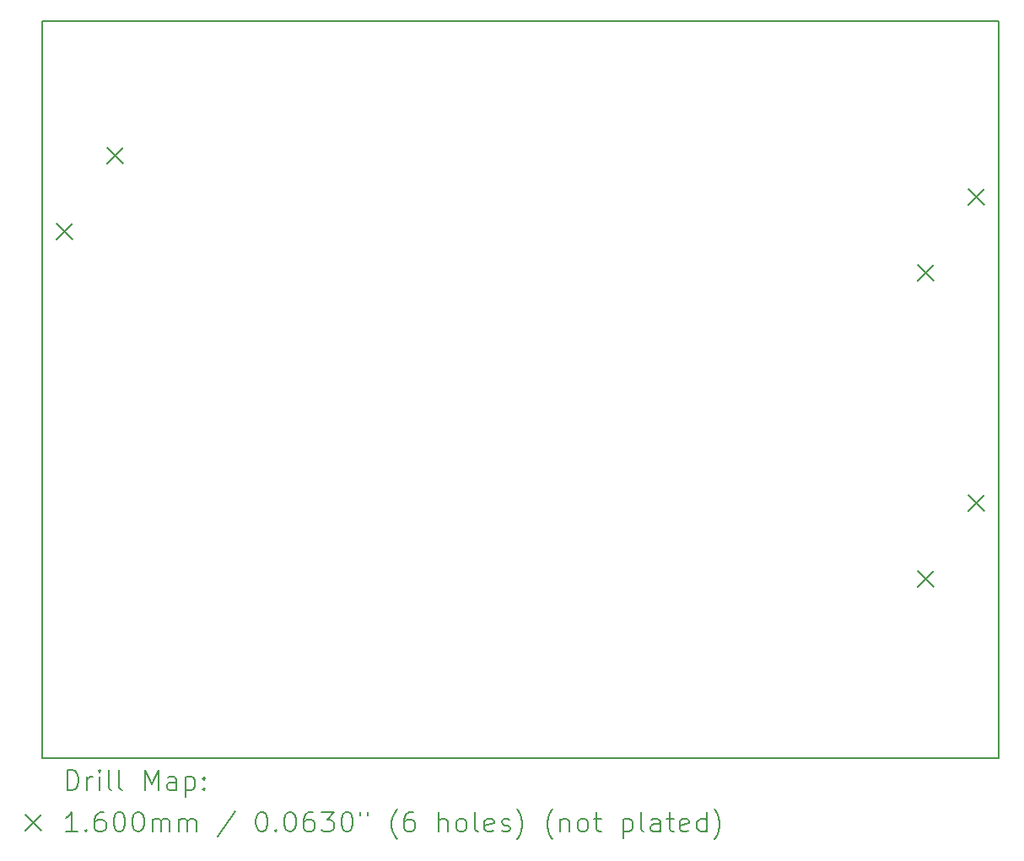
<source format=gbr>
%TF.GenerationSoftware,KiCad,Pcbnew,8.0.2*%
%TF.CreationDate,2025-04-13T16:41:33+02:00*%
%TF.ProjectId,AES-DAC,4145532d-4441-4432-9e6b-696361645f70,rev?*%
%TF.SameCoordinates,Original*%
%TF.FileFunction,Drillmap*%
%TF.FilePolarity,Positive*%
%FSLAX45Y45*%
G04 Gerber Fmt 4.5, Leading zero omitted, Abs format (unit mm)*
G04 Created by KiCad (PCBNEW 8.0.2) date 2025-04-13 16:41:33*
%MOMM*%
%LPD*%
G01*
G04 APERTURE LIST*
%ADD10C,0.200000*%
%ADD11C,0.160000*%
G04 APERTURE END LIST*
D10*
X2070000Y-2000000D02*
X11670000Y-2000000D01*
X11670000Y-9400000D01*
X2070000Y-9400000D01*
X2070000Y-2000000D01*
D11*
X2212000Y-4032000D02*
X2372000Y-4192000D01*
X2372000Y-4032000D02*
X2212000Y-4192000D01*
X2720000Y-3270000D02*
X2880000Y-3430000D01*
X2880000Y-3270000D02*
X2720000Y-3430000D01*
X10859000Y-4451000D02*
X11019000Y-4611000D01*
X11019000Y-4451000D02*
X10859000Y-4611000D01*
X10859000Y-7521000D02*
X11019000Y-7681000D01*
X11019000Y-7521000D02*
X10859000Y-7681000D01*
X11367000Y-3689000D02*
X11527000Y-3849000D01*
X11527000Y-3689000D02*
X11367000Y-3849000D01*
X11367000Y-6759000D02*
X11527000Y-6919000D01*
X11527000Y-6759000D02*
X11367000Y-6919000D01*
D10*
X2320777Y-9721484D02*
X2320777Y-9521484D01*
X2320777Y-9521484D02*
X2368396Y-9521484D01*
X2368396Y-9521484D02*
X2396967Y-9531008D01*
X2396967Y-9531008D02*
X2416015Y-9550055D01*
X2416015Y-9550055D02*
X2425539Y-9569103D01*
X2425539Y-9569103D02*
X2435063Y-9607198D01*
X2435063Y-9607198D02*
X2435063Y-9635770D01*
X2435063Y-9635770D02*
X2425539Y-9673865D01*
X2425539Y-9673865D02*
X2416015Y-9692912D01*
X2416015Y-9692912D02*
X2396967Y-9711960D01*
X2396967Y-9711960D02*
X2368396Y-9721484D01*
X2368396Y-9721484D02*
X2320777Y-9721484D01*
X2520777Y-9721484D02*
X2520777Y-9588150D01*
X2520777Y-9626246D02*
X2530301Y-9607198D01*
X2530301Y-9607198D02*
X2539824Y-9597674D01*
X2539824Y-9597674D02*
X2558872Y-9588150D01*
X2558872Y-9588150D02*
X2577920Y-9588150D01*
X2644586Y-9721484D02*
X2644586Y-9588150D01*
X2644586Y-9521484D02*
X2635063Y-9531008D01*
X2635063Y-9531008D02*
X2644586Y-9540531D01*
X2644586Y-9540531D02*
X2654110Y-9531008D01*
X2654110Y-9531008D02*
X2644586Y-9521484D01*
X2644586Y-9521484D02*
X2644586Y-9540531D01*
X2768396Y-9721484D02*
X2749348Y-9711960D01*
X2749348Y-9711960D02*
X2739824Y-9692912D01*
X2739824Y-9692912D02*
X2739824Y-9521484D01*
X2873158Y-9721484D02*
X2854110Y-9711960D01*
X2854110Y-9711960D02*
X2844586Y-9692912D01*
X2844586Y-9692912D02*
X2844586Y-9521484D01*
X3101729Y-9721484D02*
X3101729Y-9521484D01*
X3101729Y-9521484D02*
X3168396Y-9664341D01*
X3168396Y-9664341D02*
X3235062Y-9521484D01*
X3235062Y-9521484D02*
X3235062Y-9721484D01*
X3416015Y-9721484D02*
X3416015Y-9616722D01*
X3416015Y-9616722D02*
X3406491Y-9597674D01*
X3406491Y-9597674D02*
X3387443Y-9588150D01*
X3387443Y-9588150D02*
X3349348Y-9588150D01*
X3349348Y-9588150D02*
X3330301Y-9597674D01*
X3416015Y-9711960D02*
X3396967Y-9721484D01*
X3396967Y-9721484D02*
X3349348Y-9721484D01*
X3349348Y-9721484D02*
X3330301Y-9711960D01*
X3330301Y-9711960D02*
X3320777Y-9692912D01*
X3320777Y-9692912D02*
X3320777Y-9673865D01*
X3320777Y-9673865D02*
X3330301Y-9654817D01*
X3330301Y-9654817D02*
X3349348Y-9645293D01*
X3349348Y-9645293D02*
X3396967Y-9645293D01*
X3396967Y-9645293D02*
X3416015Y-9635770D01*
X3511253Y-9588150D02*
X3511253Y-9788150D01*
X3511253Y-9597674D02*
X3530301Y-9588150D01*
X3530301Y-9588150D02*
X3568396Y-9588150D01*
X3568396Y-9588150D02*
X3587443Y-9597674D01*
X3587443Y-9597674D02*
X3596967Y-9607198D01*
X3596967Y-9607198D02*
X3606491Y-9626246D01*
X3606491Y-9626246D02*
X3606491Y-9683389D01*
X3606491Y-9683389D02*
X3596967Y-9702436D01*
X3596967Y-9702436D02*
X3587443Y-9711960D01*
X3587443Y-9711960D02*
X3568396Y-9721484D01*
X3568396Y-9721484D02*
X3530301Y-9721484D01*
X3530301Y-9721484D02*
X3511253Y-9711960D01*
X3692205Y-9702436D02*
X3701729Y-9711960D01*
X3701729Y-9711960D02*
X3692205Y-9721484D01*
X3692205Y-9721484D02*
X3682682Y-9711960D01*
X3682682Y-9711960D02*
X3692205Y-9702436D01*
X3692205Y-9702436D02*
X3692205Y-9721484D01*
X3692205Y-9597674D02*
X3701729Y-9607198D01*
X3701729Y-9607198D02*
X3692205Y-9616722D01*
X3692205Y-9616722D02*
X3682682Y-9607198D01*
X3682682Y-9607198D02*
X3692205Y-9597674D01*
X3692205Y-9597674D02*
X3692205Y-9616722D01*
D11*
X1900000Y-9970000D02*
X2060000Y-10130000D01*
X2060000Y-9970000D02*
X1900000Y-10130000D01*
D10*
X2425539Y-10141484D02*
X2311253Y-10141484D01*
X2368396Y-10141484D02*
X2368396Y-9941484D01*
X2368396Y-9941484D02*
X2349348Y-9970055D01*
X2349348Y-9970055D02*
X2330301Y-9989103D01*
X2330301Y-9989103D02*
X2311253Y-9998627D01*
X2511253Y-10122436D02*
X2520777Y-10131960D01*
X2520777Y-10131960D02*
X2511253Y-10141484D01*
X2511253Y-10141484D02*
X2501729Y-10131960D01*
X2501729Y-10131960D02*
X2511253Y-10122436D01*
X2511253Y-10122436D02*
X2511253Y-10141484D01*
X2692205Y-9941484D02*
X2654110Y-9941484D01*
X2654110Y-9941484D02*
X2635063Y-9951008D01*
X2635063Y-9951008D02*
X2625539Y-9960531D01*
X2625539Y-9960531D02*
X2606491Y-9989103D01*
X2606491Y-9989103D02*
X2596967Y-10027198D01*
X2596967Y-10027198D02*
X2596967Y-10103389D01*
X2596967Y-10103389D02*
X2606491Y-10122436D01*
X2606491Y-10122436D02*
X2616015Y-10131960D01*
X2616015Y-10131960D02*
X2635063Y-10141484D01*
X2635063Y-10141484D02*
X2673158Y-10141484D01*
X2673158Y-10141484D02*
X2692205Y-10131960D01*
X2692205Y-10131960D02*
X2701729Y-10122436D01*
X2701729Y-10122436D02*
X2711253Y-10103389D01*
X2711253Y-10103389D02*
X2711253Y-10055770D01*
X2711253Y-10055770D02*
X2701729Y-10036722D01*
X2701729Y-10036722D02*
X2692205Y-10027198D01*
X2692205Y-10027198D02*
X2673158Y-10017674D01*
X2673158Y-10017674D02*
X2635063Y-10017674D01*
X2635063Y-10017674D02*
X2616015Y-10027198D01*
X2616015Y-10027198D02*
X2606491Y-10036722D01*
X2606491Y-10036722D02*
X2596967Y-10055770D01*
X2835062Y-9941484D02*
X2854110Y-9941484D01*
X2854110Y-9941484D02*
X2873158Y-9951008D01*
X2873158Y-9951008D02*
X2882682Y-9960531D01*
X2882682Y-9960531D02*
X2892205Y-9979579D01*
X2892205Y-9979579D02*
X2901729Y-10017674D01*
X2901729Y-10017674D02*
X2901729Y-10065293D01*
X2901729Y-10065293D02*
X2892205Y-10103389D01*
X2892205Y-10103389D02*
X2882682Y-10122436D01*
X2882682Y-10122436D02*
X2873158Y-10131960D01*
X2873158Y-10131960D02*
X2854110Y-10141484D01*
X2854110Y-10141484D02*
X2835062Y-10141484D01*
X2835062Y-10141484D02*
X2816015Y-10131960D01*
X2816015Y-10131960D02*
X2806491Y-10122436D01*
X2806491Y-10122436D02*
X2796967Y-10103389D01*
X2796967Y-10103389D02*
X2787444Y-10065293D01*
X2787444Y-10065293D02*
X2787444Y-10017674D01*
X2787444Y-10017674D02*
X2796967Y-9979579D01*
X2796967Y-9979579D02*
X2806491Y-9960531D01*
X2806491Y-9960531D02*
X2816015Y-9951008D01*
X2816015Y-9951008D02*
X2835062Y-9941484D01*
X3025539Y-9941484D02*
X3044586Y-9941484D01*
X3044586Y-9941484D02*
X3063634Y-9951008D01*
X3063634Y-9951008D02*
X3073158Y-9960531D01*
X3073158Y-9960531D02*
X3082682Y-9979579D01*
X3082682Y-9979579D02*
X3092205Y-10017674D01*
X3092205Y-10017674D02*
X3092205Y-10065293D01*
X3092205Y-10065293D02*
X3082682Y-10103389D01*
X3082682Y-10103389D02*
X3073158Y-10122436D01*
X3073158Y-10122436D02*
X3063634Y-10131960D01*
X3063634Y-10131960D02*
X3044586Y-10141484D01*
X3044586Y-10141484D02*
X3025539Y-10141484D01*
X3025539Y-10141484D02*
X3006491Y-10131960D01*
X3006491Y-10131960D02*
X2996967Y-10122436D01*
X2996967Y-10122436D02*
X2987443Y-10103389D01*
X2987443Y-10103389D02*
X2977920Y-10065293D01*
X2977920Y-10065293D02*
X2977920Y-10017674D01*
X2977920Y-10017674D02*
X2987443Y-9979579D01*
X2987443Y-9979579D02*
X2996967Y-9960531D01*
X2996967Y-9960531D02*
X3006491Y-9951008D01*
X3006491Y-9951008D02*
X3025539Y-9941484D01*
X3177920Y-10141484D02*
X3177920Y-10008150D01*
X3177920Y-10027198D02*
X3187443Y-10017674D01*
X3187443Y-10017674D02*
X3206491Y-10008150D01*
X3206491Y-10008150D02*
X3235063Y-10008150D01*
X3235063Y-10008150D02*
X3254110Y-10017674D01*
X3254110Y-10017674D02*
X3263634Y-10036722D01*
X3263634Y-10036722D02*
X3263634Y-10141484D01*
X3263634Y-10036722D02*
X3273158Y-10017674D01*
X3273158Y-10017674D02*
X3292205Y-10008150D01*
X3292205Y-10008150D02*
X3320777Y-10008150D01*
X3320777Y-10008150D02*
X3339824Y-10017674D01*
X3339824Y-10017674D02*
X3349348Y-10036722D01*
X3349348Y-10036722D02*
X3349348Y-10141484D01*
X3444586Y-10141484D02*
X3444586Y-10008150D01*
X3444586Y-10027198D02*
X3454110Y-10017674D01*
X3454110Y-10017674D02*
X3473158Y-10008150D01*
X3473158Y-10008150D02*
X3501729Y-10008150D01*
X3501729Y-10008150D02*
X3520777Y-10017674D01*
X3520777Y-10017674D02*
X3530301Y-10036722D01*
X3530301Y-10036722D02*
X3530301Y-10141484D01*
X3530301Y-10036722D02*
X3539824Y-10017674D01*
X3539824Y-10017674D02*
X3558872Y-10008150D01*
X3558872Y-10008150D02*
X3587443Y-10008150D01*
X3587443Y-10008150D02*
X3606491Y-10017674D01*
X3606491Y-10017674D02*
X3616015Y-10036722D01*
X3616015Y-10036722D02*
X3616015Y-10141484D01*
X4006491Y-9931960D02*
X3835063Y-10189103D01*
X4263634Y-9941484D02*
X4282682Y-9941484D01*
X4282682Y-9941484D02*
X4301729Y-9951008D01*
X4301729Y-9951008D02*
X4311253Y-9960531D01*
X4311253Y-9960531D02*
X4320777Y-9979579D01*
X4320777Y-9979579D02*
X4330301Y-10017674D01*
X4330301Y-10017674D02*
X4330301Y-10065293D01*
X4330301Y-10065293D02*
X4320777Y-10103389D01*
X4320777Y-10103389D02*
X4311253Y-10122436D01*
X4311253Y-10122436D02*
X4301729Y-10131960D01*
X4301729Y-10131960D02*
X4282682Y-10141484D01*
X4282682Y-10141484D02*
X4263634Y-10141484D01*
X4263634Y-10141484D02*
X4244587Y-10131960D01*
X4244587Y-10131960D02*
X4235063Y-10122436D01*
X4235063Y-10122436D02*
X4225539Y-10103389D01*
X4225539Y-10103389D02*
X4216015Y-10065293D01*
X4216015Y-10065293D02*
X4216015Y-10017674D01*
X4216015Y-10017674D02*
X4225539Y-9979579D01*
X4225539Y-9979579D02*
X4235063Y-9960531D01*
X4235063Y-9960531D02*
X4244587Y-9951008D01*
X4244587Y-9951008D02*
X4263634Y-9941484D01*
X4416015Y-10122436D02*
X4425539Y-10131960D01*
X4425539Y-10131960D02*
X4416015Y-10141484D01*
X4416015Y-10141484D02*
X4406491Y-10131960D01*
X4406491Y-10131960D02*
X4416015Y-10122436D01*
X4416015Y-10122436D02*
X4416015Y-10141484D01*
X4549348Y-9941484D02*
X4568396Y-9941484D01*
X4568396Y-9941484D02*
X4587444Y-9951008D01*
X4587444Y-9951008D02*
X4596968Y-9960531D01*
X4596968Y-9960531D02*
X4606491Y-9979579D01*
X4606491Y-9979579D02*
X4616015Y-10017674D01*
X4616015Y-10017674D02*
X4616015Y-10065293D01*
X4616015Y-10065293D02*
X4606491Y-10103389D01*
X4606491Y-10103389D02*
X4596968Y-10122436D01*
X4596968Y-10122436D02*
X4587444Y-10131960D01*
X4587444Y-10131960D02*
X4568396Y-10141484D01*
X4568396Y-10141484D02*
X4549348Y-10141484D01*
X4549348Y-10141484D02*
X4530301Y-10131960D01*
X4530301Y-10131960D02*
X4520777Y-10122436D01*
X4520777Y-10122436D02*
X4511253Y-10103389D01*
X4511253Y-10103389D02*
X4501729Y-10065293D01*
X4501729Y-10065293D02*
X4501729Y-10017674D01*
X4501729Y-10017674D02*
X4511253Y-9979579D01*
X4511253Y-9979579D02*
X4520777Y-9960531D01*
X4520777Y-9960531D02*
X4530301Y-9951008D01*
X4530301Y-9951008D02*
X4549348Y-9941484D01*
X4787444Y-9941484D02*
X4749348Y-9941484D01*
X4749348Y-9941484D02*
X4730301Y-9951008D01*
X4730301Y-9951008D02*
X4720777Y-9960531D01*
X4720777Y-9960531D02*
X4701729Y-9989103D01*
X4701729Y-9989103D02*
X4692206Y-10027198D01*
X4692206Y-10027198D02*
X4692206Y-10103389D01*
X4692206Y-10103389D02*
X4701729Y-10122436D01*
X4701729Y-10122436D02*
X4711253Y-10131960D01*
X4711253Y-10131960D02*
X4730301Y-10141484D01*
X4730301Y-10141484D02*
X4768396Y-10141484D01*
X4768396Y-10141484D02*
X4787444Y-10131960D01*
X4787444Y-10131960D02*
X4796968Y-10122436D01*
X4796968Y-10122436D02*
X4806491Y-10103389D01*
X4806491Y-10103389D02*
X4806491Y-10055770D01*
X4806491Y-10055770D02*
X4796968Y-10036722D01*
X4796968Y-10036722D02*
X4787444Y-10027198D01*
X4787444Y-10027198D02*
X4768396Y-10017674D01*
X4768396Y-10017674D02*
X4730301Y-10017674D01*
X4730301Y-10017674D02*
X4711253Y-10027198D01*
X4711253Y-10027198D02*
X4701729Y-10036722D01*
X4701729Y-10036722D02*
X4692206Y-10055770D01*
X4873158Y-9941484D02*
X4996968Y-9941484D01*
X4996968Y-9941484D02*
X4930301Y-10017674D01*
X4930301Y-10017674D02*
X4958872Y-10017674D01*
X4958872Y-10017674D02*
X4977920Y-10027198D01*
X4977920Y-10027198D02*
X4987444Y-10036722D01*
X4987444Y-10036722D02*
X4996968Y-10055770D01*
X4996968Y-10055770D02*
X4996968Y-10103389D01*
X4996968Y-10103389D02*
X4987444Y-10122436D01*
X4987444Y-10122436D02*
X4977920Y-10131960D01*
X4977920Y-10131960D02*
X4958872Y-10141484D01*
X4958872Y-10141484D02*
X4901729Y-10141484D01*
X4901729Y-10141484D02*
X4882682Y-10131960D01*
X4882682Y-10131960D02*
X4873158Y-10122436D01*
X5120777Y-9941484D02*
X5139825Y-9941484D01*
X5139825Y-9941484D02*
X5158872Y-9951008D01*
X5158872Y-9951008D02*
X5168396Y-9960531D01*
X5168396Y-9960531D02*
X5177920Y-9979579D01*
X5177920Y-9979579D02*
X5187444Y-10017674D01*
X5187444Y-10017674D02*
X5187444Y-10065293D01*
X5187444Y-10065293D02*
X5177920Y-10103389D01*
X5177920Y-10103389D02*
X5168396Y-10122436D01*
X5168396Y-10122436D02*
X5158872Y-10131960D01*
X5158872Y-10131960D02*
X5139825Y-10141484D01*
X5139825Y-10141484D02*
X5120777Y-10141484D01*
X5120777Y-10141484D02*
X5101729Y-10131960D01*
X5101729Y-10131960D02*
X5092206Y-10122436D01*
X5092206Y-10122436D02*
X5082682Y-10103389D01*
X5082682Y-10103389D02*
X5073158Y-10065293D01*
X5073158Y-10065293D02*
X5073158Y-10017674D01*
X5073158Y-10017674D02*
X5082682Y-9979579D01*
X5082682Y-9979579D02*
X5092206Y-9960531D01*
X5092206Y-9960531D02*
X5101729Y-9951008D01*
X5101729Y-9951008D02*
X5120777Y-9941484D01*
X5263634Y-9941484D02*
X5263634Y-9979579D01*
X5339825Y-9941484D02*
X5339825Y-9979579D01*
X5635063Y-10217674D02*
X5625539Y-10208150D01*
X5625539Y-10208150D02*
X5606491Y-10179579D01*
X5606491Y-10179579D02*
X5596968Y-10160531D01*
X5596968Y-10160531D02*
X5587444Y-10131960D01*
X5587444Y-10131960D02*
X5577920Y-10084341D01*
X5577920Y-10084341D02*
X5577920Y-10046246D01*
X5577920Y-10046246D02*
X5587444Y-9998627D01*
X5587444Y-9998627D02*
X5596968Y-9970055D01*
X5596968Y-9970055D02*
X5606491Y-9951008D01*
X5606491Y-9951008D02*
X5625539Y-9922436D01*
X5625539Y-9922436D02*
X5635063Y-9912912D01*
X5796968Y-9941484D02*
X5758872Y-9941484D01*
X5758872Y-9941484D02*
X5739825Y-9951008D01*
X5739825Y-9951008D02*
X5730301Y-9960531D01*
X5730301Y-9960531D02*
X5711253Y-9989103D01*
X5711253Y-9989103D02*
X5701729Y-10027198D01*
X5701729Y-10027198D02*
X5701729Y-10103389D01*
X5701729Y-10103389D02*
X5711253Y-10122436D01*
X5711253Y-10122436D02*
X5720777Y-10131960D01*
X5720777Y-10131960D02*
X5739825Y-10141484D01*
X5739825Y-10141484D02*
X5777920Y-10141484D01*
X5777920Y-10141484D02*
X5796968Y-10131960D01*
X5796968Y-10131960D02*
X5806491Y-10122436D01*
X5806491Y-10122436D02*
X5816015Y-10103389D01*
X5816015Y-10103389D02*
X5816015Y-10055770D01*
X5816015Y-10055770D02*
X5806491Y-10036722D01*
X5806491Y-10036722D02*
X5796968Y-10027198D01*
X5796968Y-10027198D02*
X5777920Y-10017674D01*
X5777920Y-10017674D02*
X5739825Y-10017674D01*
X5739825Y-10017674D02*
X5720777Y-10027198D01*
X5720777Y-10027198D02*
X5711253Y-10036722D01*
X5711253Y-10036722D02*
X5701729Y-10055770D01*
X6054110Y-10141484D02*
X6054110Y-9941484D01*
X6139825Y-10141484D02*
X6139825Y-10036722D01*
X6139825Y-10036722D02*
X6130301Y-10017674D01*
X6130301Y-10017674D02*
X6111253Y-10008150D01*
X6111253Y-10008150D02*
X6082682Y-10008150D01*
X6082682Y-10008150D02*
X6063634Y-10017674D01*
X6063634Y-10017674D02*
X6054110Y-10027198D01*
X6263634Y-10141484D02*
X6244587Y-10131960D01*
X6244587Y-10131960D02*
X6235063Y-10122436D01*
X6235063Y-10122436D02*
X6225539Y-10103389D01*
X6225539Y-10103389D02*
X6225539Y-10046246D01*
X6225539Y-10046246D02*
X6235063Y-10027198D01*
X6235063Y-10027198D02*
X6244587Y-10017674D01*
X6244587Y-10017674D02*
X6263634Y-10008150D01*
X6263634Y-10008150D02*
X6292206Y-10008150D01*
X6292206Y-10008150D02*
X6311253Y-10017674D01*
X6311253Y-10017674D02*
X6320777Y-10027198D01*
X6320777Y-10027198D02*
X6330301Y-10046246D01*
X6330301Y-10046246D02*
X6330301Y-10103389D01*
X6330301Y-10103389D02*
X6320777Y-10122436D01*
X6320777Y-10122436D02*
X6311253Y-10131960D01*
X6311253Y-10131960D02*
X6292206Y-10141484D01*
X6292206Y-10141484D02*
X6263634Y-10141484D01*
X6444587Y-10141484D02*
X6425539Y-10131960D01*
X6425539Y-10131960D02*
X6416015Y-10112912D01*
X6416015Y-10112912D02*
X6416015Y-9941484D01*
X6596968Y-10131960D02*
X6577920Y-10141484D01*
X6577920Y-10141484D02*
X6539825Y-10141484D01*
X6539825Y-10141484D02*
X6520777Y-10131960D01*
X6520777Y-10131960D02*
X6511253Y-10112912D01*
X6511253Y-10112912D02*
X6511253Y-10036722D01*
X6511253Y-10036722D02*
X6520777Y-10017674D01*
X6520777Y-10017674D02*
X6539825Y-10008150D01*
X6539825Y-10008150D02*
X6577920Y-10008150D01*
X6577920Y-10008150D02*
X6596968Y-10017674D01*
X6596968Y-10017674D02*
X6606491Y-10036722D01*
X6606491Y-10036722D02*
X6606491Y-10055770D01*
X6606491Y-10055770D02*
X6511253Y-10074817D01*
X6682682Y-10131960D02*
X6701730Y-10141484D01*
X6701730Y-10141484D02*
X6739825Y-10141484D01*
X6739825Y-10141484D02*
X6758872Y-10131960D01*
X6758872Y-10131960D02*
X6768396Y-10112912D01*
X6768396Y-10112912D02*
X6768396Y-10103389D01*
X6768396Y-10103389D02*
X6758872Y-10084341D01*
X6758872Y-10084341D02*
X6739825Y-10074817D01*
X6739825Y-10074817D02*
X6711253Y-10074817D01*
X6711253Y-10074817D02*
X6692206Y-10065293D01*
X6692206Y-10065293D02*
X6682682Y-10046246D01*
X6682682Y-10046246D02*
X6682682Y-10036722D01*
X6682682Y-10036722D02*
X6692206Y-10017674D01*
X6692206Y-10017674D02*
X6711253Y-10008150D01*
X6711253Y-10008150D02*
X6739825Y-10008150D01*
X6739825Y-10008150D02*
X6758872Y-10017674D01*
X6835063Y-10217674D02*
X6844587Y-10208150D01*
X6844587Y-10208150D02*
X6863634Y-10179579D01*
X6863634Y-10179579D02*
X6873158Y-10160531D01*
X6873158Y-10160531D02*
X6882682Y-10131960D01*
X6882682Y-10131960D02*
X6892206Y-10084341D01*
X6892206Y-10084341D02*
X6892206Y-10046246D01*
X6892206Y-10046246D02*
X6882682Y-9998627D01*
X6882682Y-9998627D02*
X6873158Y-9970055D01*
X6873158Y-9970055D02*
X6863634Y-9951008D01*
X6863634Y-9951008D02*
X6844587Y-9922436D01*
X6844587Y-9922436D02*
X6835063Y-9912912D01*
X7196968Y-10217674D02*
X7187444Y-10208150D01*
X7187444Y-10208150D02*
X7168396Y-10179579D01*
X7168396Y-10179579D02*
X7158872Y-10160531D01*
X7158872Y-10160531D02*
X7149349Y-10131960D01*
X7149349Y-10131960D02*
X7139825Y-10084341D01*
X7139825Y-10084341D02*
X7139825Y-10046246D01*
X7139825Y-10046246D02*
X7149349Y-9998627D01*
X7149349Y-9998627D02*
X7158872Y-9970055D01*
X7158872Y-9970055D02*
X7168396Y-9951008D01*
X7168396Y-9951008D02*
X7187444Y-9922436D01*
X7187444Y-9922436D02*
X7196968Y-9912912D01*
X7273158Y-10008150D02*
X7273158Y-10141484D01*
X7273158Y-10027198D02*
X7282682Y-10017674D01*
X7282682Y-10017674D02*
X7301730Y-10008150D01*
X7301730Y-10008150D02*
X7330301Y-10008150D01*
X7330301Y-10008150D02*
X7349349Y-10017674D01*
X7349349Y-10017674D02*
X7358872Y-10036722D01*
X7358872Y-10036722D02*
X7358872Y-10141484D01*
X7482682Y-10141484D02*
X7463634Y-10131960D01*
X7463634Y-10131960D02*
X7454111Y-10122436D01*
X7454111Y-10122436D02*
X7444587Y-10103389D01*
X7444587Y-10103389D02*
X7444587Y-10046246D01*
X7444587Y-10046246D02*
X7454111Y-10027198D01*
X7454111Y-10027198D02*
X7463634Y-10017674D01*
X7463634Y-10017674D02*
X7482682Y-10008150D01*
X7482682Y-10008150D02*
X7511253Y-10008150D01*
X7511253Y-10008150D02*
X7530301Y-10017674D01*
X7530301Y-10017674D02*
X7539825Y-10027198D01*
X7539825Y-10027198D02*
X7549349Y-10046246D01*
X7549349Y-10046246D02*
X7549349Y-10103389D01*
X7549349Y-10103389D02*
X7539825Y-10122436D01*
X7539825Y-10122436D02*
X7530301Y-10131960D01*
X7530301Y-10131960D02*
X7511253Y-10141484D01*
X7511253Y-10141484D02*
X7482682Y-10141484D01*
X7606492Y-10008150D02*
X7682682Y-10008150D01*
X7635063Y-9941484D02*
X7635063Y-10112912D01*
X7635063Y-10112912D02*
X7644587Y-10131960D01*
X7644587Y-10131960D02*
X7663634Y-10141484D01*
X7663634Y-10141484D02*
X7682682Y-10141484D01*
X7901730Y-10008150D02*
X7901730Y-10208150D01*
X7901730Y-10017674D02*
X7920777Y-10008150D01*
X7920777Y-10008150D02*
X7958873Y-10008150D01*
X7958873Y-10008150D02*
X7977920Y-10017674D01*
X7977920Y-10017674D02*
X7987444Y-10027198D01*
X7987444Y-10027198D02*
X7996968Y-10046246D01*
X7996968Y-10046246D02*
X7996968Y-10103389D01*
X7996968Y-10103389D02*
X7987444Y-10122436D01*
X7987444Y-10122436D02*
X7977920Y-10131960D01*
X7977920Y-10131960D02*
X7958873Y-10141484D01*
X7958873Y-10141484D02*
X7920777Y-10141484D01*
X7920777Y-10141484D02*
X7901730Y-10131960D01*
X8111253Y-10141484D02*
X8092206Y-10131960D01*
X8092206Y-10131960D02*
X8082682Y-10112912D01*
X8082682Y-10112912D02*
X8082682Y-9941484D01*
X8273158Y-10141484D02*
X8273158Y-10036722D01*
X8273158Y-10036722D02*
X8263634Y-10017674D01*
X8263634Y-10017674D02*
X8244587Y-10008150D01*
X8244587Y-10008150D02*
X8206492Y-10008150D01*
X8206492Y-10008150D02*
X8187444Y-10017674D01*
X8273158Y-10131960D02*
X8254111Y-10141484D01*
X8254111Y-10141484D02*
X8206492Y-10141484D01*
X8206492Y-10141484D02*
X8187444Y-10131960D01*
X8187444Y-10131960D02*
X8177920Y-10112912D01*
X8177920Y-10112912D02*
X8177920Y-10093865D01*
X8177920Y-10093865D02*
X8187444Y-10074817D01*
X8187444Y-10074817D02*
X8206492Y-10065293D01*
X8206492Y-10065293D02*
X8254111Y-10065293D01*
X8254111Y-10065293D02*
X8273158Y-10055770D01*
X8339825Y-10008150D02*
X8416015Y-10008150D01*
X8368396Y-9941484D02*
X8368396Y-10112912D01*
X8368396Y-10112912D02*
X8377920Y-10131960D01*
X8377920Y-10131960D02*
X8396968Y-10141484D01*
X8396968Y-10141484D02*
X8416015Y-10141484D01*
X8558873Y-10131960D02*
X8539825Y-10141484D01*
X8539825Y-10141484D02*
X8501730Y-10141484D01*
X8501730Y-10141484D02*
X8482682Y-10131960D01*
X8482682Y-10131960D02*
X8473158Y-10112912D01*
X8473158Y-10112912D02*
X8473158Y-10036722D01*
X8473158Y-10036722D02*
X8482682Y-10017674D01*
X8482682Y-10017674D02*
X8501730Y-10008150D01*
X8501730Y-10008150D02*
X8539825Y-10008150D01*
X8539825Y-10008150D02*
X8558873Y-10017674D01*
X8558873Y-10017674D02*
X8568396Y-10036722D01*
X8568396Y-10036722D02*
X8568396Y-10055770D01*
X8568396Y-10055770D02*
X8473158Y-10074817D01*
X8739825Y-10141484D02*
X8739825Y-9941484D01*
X8739825Y-10131960D02*
X8720777Y-10141484D01*
X8720777Y-10141484D02*
X8682682Y-10141484D01*
X8682682Y-10141484D02*
X8663635Y-10131960D01*
X8663635Y-10131960D02*
X8654111Y-10122436D01*
X8654111Y-10122436D02*
X8644587Y-10103389D01*
X8644587Y-10103389D02*
X8644587Y-10046246D01*
X8644587Y-10046246D02*
X8654111Y-10027198D01*
X8654111Y-10027198D02*
X8663635Y-10017674D01*
X8663635Y-10017674D02*
X8682682Y-10008150D01*
X8682682Y-10008150D02*
X8720777Y-10008150D01*
X8720777Y-10008150D02*
X8739825Y-10017674D01*
X8816016Y-10217674D02*
X8825539Y-10208150D01*
X8825539Y-10208150D02*
X8844587Y-10179579D01*
X8844587Y-10179579D02*
X8854111Y-10160531D01*
X8854111Y-10160531D02*
X8863635Y-10131960D01*
X8863635Y-10131960D02*
X8873158Y-10084341D01*
X8873158Y-10084341D02*
X8873158Y-10046246D01*
X8873158Y-10046246D02*
X8863635Y-9998627D01*
X8863635Y-9998627D02*
X8854111Y-9970055D01*
X8854111Y-9970055D02*
X8844587Y-9951008D01*
X8844587Y-9951008D02*
X8825539Y-9922436D01*
X8825539Y-9922436D02*
X8816016Y-9912912D01*
M02*

</source>
